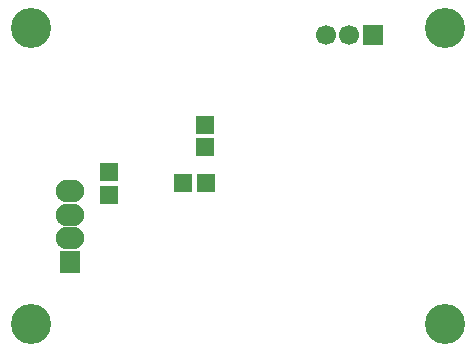
<source format=gbr>
G04 #@! TF.FileFunction,Soldermask,Bot*
%FSLAX46Y46*%
G04 Gerber Fmt 4.6, Leading zero omitted, Abs format (unit mm)*
G04 Created by KiCad (PCBNEW 4.0.3-stable) date 12/05/16 18:01:04*
%MOMM*%
%LPD*%
G01*
G04 APERTURE LIST*
%ADD10C,0.100000*%
%ADD11R,1.540000X1.600000*%
%ADD12R,1.600000X1.540000*%
%ADD13R,1.700000X1.900000*%
%ADD14O,2.400000X1.900000*%
%ADD15C,3.400000*%
%ADD16R,1.700000X1.700000*%
%ADD17C,1.700000*%
G04 APERTURE END LIST*
D10*
D11*
X145350000Y-80600000D03*
X147250000Y-80600000D03*
D12*
X147200000Y-77550000D03*
X147200000Y-75650000D03*
X139100000Y-81600000D03*
X139100000Y-79700000D03*
D13*
X135800000Y-87300000D03*
D14*
X135800000Y-85300000D03*
X135800000Y-83300000D03*
X135800000Y-81300000D03*
D15*
X132500000Y-67500000D03*
X167500000Y-67500000D03*
X167500000Y-92500000D03*
X132500000Y-92500000D03*
D16*
X161400000Y-68100000D03*
D17*
X159400000Y-68100000D03*
X157400000Y-68100000D03*
M02*

</source>
